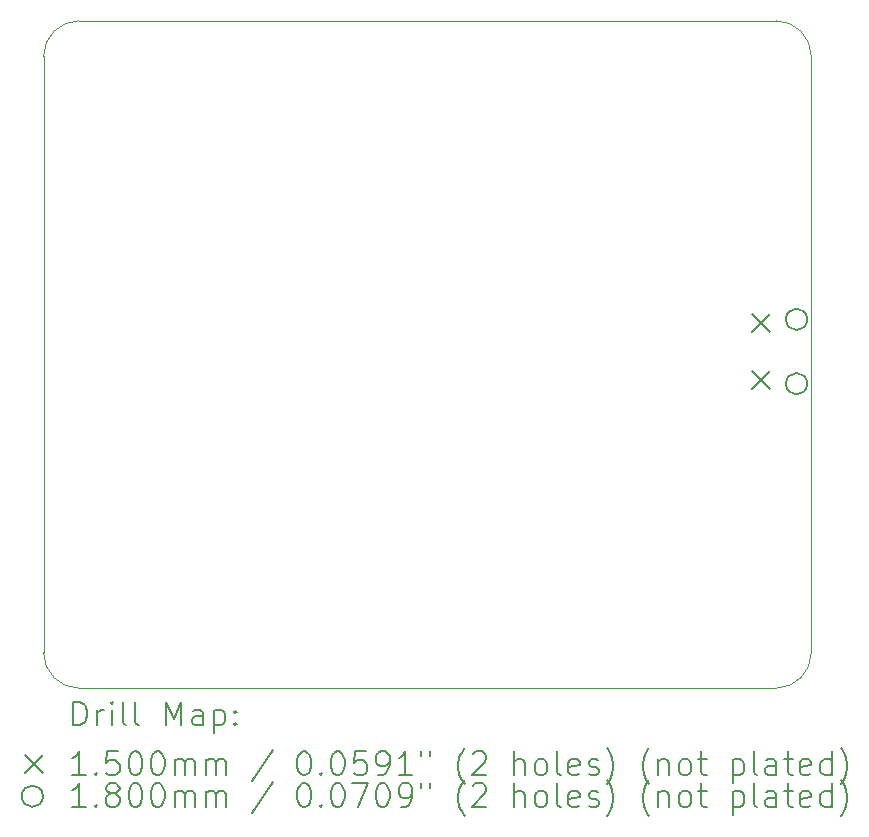
<source format=gbr>
%FSLAX45Y45*%
G04 Gerber Fmt 4.5, Leading zero omitted, Abs format (unit mm)*
G04 Created by KiCad (PCBNEW (6.0.2)) date 2022-07-10 22:33:11*
%MOMM*%
%LPD*%
G01*
G04 APERTURE LIST*
%TA.AperFunction,Profile*%
%ADD10C,0.100000*%
%TD*%
%ADD11C,0.200000*%
%ADD12C,0.150000*%
%ADD13C,0.180000*%
G04 APERTURE END LIST*
D10*
X10000000Y-13350000D02*
G75*
G03*
X10300000Y-13650000I300000J0D01*
G01*
X16200000Y-13650000D02*
X10300000Y-13650000D01*
X10300000Y-8000000D02*
X16200000Y-8000000D01*
X16500000Y-8300000D02*
G75*
G03*
X16200000Y-8000000I-300000J0D01*
G01*
X16200000Y-13650000D02*
G75*
G03*
X16500000Y-13350000I0J300000D01*
G01*
X10300000Y-8000000D02*
G75*
G03*
X10000000Y-8300000I0J-300000D01*
G01*
X16500000Y-8300000D02*
X16500000Y-13350000D01*
X10000000Y-8300000D02*
X10000000Y-13350000D01*
D11*
D12*
X15997000Y-10482500D02*
X16147000Y-10632500D01*
X16147000Y-10482500D02*
X15997000Y-10632500D01*
X15997000Y-10967500D02*
X16147000Y-11117500D01*
X16147000Y-10967500D02*
X15997000Y-11117500D01*
D13*
X16465000Y-10527500D02*
G75*
G03*
X16465000Y-10527500I-90000J0D01*
G01*
X16465000Y-11072500D02*
G75*
G03*
X16465000Y-11072500I-90000J0D01*
G01*
D11*
X10252619Y-13965476D02*
X10252619Y-13765476D01*
X10300238Y-13765476D01*
X10328810Y-13775000D01*
X10347857Y-13794048D01*
X10357381Y-13813095D01*
X10366905Y-13851190D01*
X10366905Y-13879762D01*
X10357381Y-13917857D01*
X10347857Y-13936905D01*
X10328810Y-13955952D01*
X10300238Y-13965476D01*
X10252619Y-13965476D01*
X10452619Y-13965476D02*
X10452619Y-13832143D01*
X10452619Y-13870238D02*
X10462143Y-13851190D01*
X10471667Y-13841667D01*
X10490714Y-13832143D01*
X10509762Y-13832143D01*
X10576429Y-13965476D02*
X10576429Y-13832143D01*
X10576429Y-13765476D02*
X10566905Y-13775000D01*
X10576429Y-13784524D01*
X10585952Y-13775000D01*
X10576429Y-13765476D01*
X10576429Y-13784524D01*
X10700238Y-13965476D02*
X10681190Y-13955952D01*
X10671667Y-13936905D01*
X10671667Y-13765476D01*
X10805000Y-13965476D02*
X10785952Y-13955952D01*
X10776429Y-13936905D01*
X10776429Y-13765476D01*
X11033571Y-13965476D02*
X11033571Y-13765476D01*
X11100238Y-13908333D01*
X11166905Y-13765476D01*
X11166905Y-13965476D01*
X11347857Y-13965476D02*
X11347857Y-13860714D01*
X11338333Y-13841667D01*
X11319286Y-13832143D01*
X11281190Y-13832143D01*
X11262143Y-13841667D01*
X11347857Y-13955952D02*
X11328809Y-13965476D01*
X11281190Y-13965476D01*
X11262143Y-13955952D01*
X11252619Y-13936905D01*
X11252619Y-13917857D01*
X11262143Y-13898809D01*
X11281190Y-13889286D01*
X11328809Y-13889286D01*
X11347857Y-13879762D01*
X11443095Y-13832143D02*
X11443095Y-14032143D01*
X11443095Y-13841667D02*
X11462143Y-13832143D01*
X11500238Y-13832143D01*
X11519286Y-13841667D01*
X11528809Y-13851190D01*
X11538333Y-13870238D01*
X11538333Y-13927381D01*
X11528809Y-13946428D01*
X11519286Y-13955952D01*
X11500238Y-13965476D01*
X11462143Y-13965476D01*
X11443095Y-13955952D01*
X11624048Y-13946428D02*
X11633571Y-13955952D01*
X11624048Y-13965476D01*
X11614524Y-13955952D01*
X11624048Y-13946428D01*
X11624048Y-13965476D01*
X11624048Y-13841667D02*
X11633571Y-13851190D01*
X11624048Y-13860714D01*
X11614524Y-13851190D01*
X11624048Y-13841667D01*
X11624048Y-13860714D01*
D12*
X9845000Y-14220000D02*
X9995000Y-14370000D01*
X9995000Y-14220000D02*
X9845000Y-14370000D01*
D11*
X10357381Y-14385476D02*
X10243095Y-14385476D01*
X10300238Y-14385476D02*
X10300238Y-14185476D01*
X10281190Y-14214048D01*
X10262143Y-14233095D01*
X10243095Y-14242619D01*
X10443095Y-14366428D02*
X10452619Y-14375952D01*
X10443095Y-14385476D01*
X10433571Y-14375952D01*
X10443095Y-14366428D01*
X10443095Y-14385476D01*
X10633571Y-14185476D02*
X10538333Y-14185476D01*
X10528810Y-14280714D01*
X10538333Y-14271190D01*
X10557381Y-14261667D01*
X10605000Y-14261667D01*
X10624048Y-14271190D01*
X10633571Y-14280714D01*
X10643095Y-14299762D01*
X10643095Y-14347381D01*
X10633571Y-14366428D01*
X10624048Y-14375952D01*
X10605000Y-14385476D01*
X10557381Y-14385476D01*
X10538333Y-14375952D01*
X10528810Y-14366428D01*
X10766905Y-14185476D02*
X10785952Y-14185476D01*
X10805000Y-14195000D01*
X10814524Y-14204524D01*
X10824048Y-14223571D01*
X10833571Y-14261667D01*
X10833571Y-14309286D01*
X10824048Y-14347381D01*
X10814524Y-14366428D01*
X10805000Y-14375952D01*
X10785952Y-14385476D01*
X10766905Y-14385476D01*
X10747857Y-14375952D01*
X10738333Y-14366428D01*
X10728810Y-14347381D01*
X10719286Y-14309286D01*
X10719286Y-14261667D01*
X10728810Y-14223571D01*
X10738333Y-14204524D01*
X10747857Y-14195000D01*
X10766905Y-14185476D01*
X10957381Y-14185476D02*
X10976429Y-14185476D01*
X10995476Y-14195000D01*
X11005000Y-14204524D01*
X11014524Y-14223571D01*
X11024048Y-14261667D01*
X11024048Y-14309286D01*
X11014524Y-14347381D01*
X11005000Y-14366428D01*
X10995476Y-14375952D01*
X10976429Y-14385476D01*
X10957381Y-14385476D01*
X10938333Y-14375952D01*
X10928810Y-14366428D01*
X10919286Y-14347381D01*
X10909762Y-14309286D01*
X10909762Y-14261667D01*
X10919286Y-14223571D01*
X10928810Y-14204524D01*
X10938333Y-14195000D01*
X10957381Y-14185476D01*
X11109762Y-14385476D02*
X11109762Y-14252143D01*
X11109762Y-14271190D02*
X11119286Y-14261667D01*
X11138333Y-14252143D01*
X11166905Y-14252143D01*
X11185952Y-14261667D01*
X11195476Y-14280714D01*
X11195476Y-14385476D01*
X11195476Y-14280714D02*
X11205000Y-14261667D01*
X11224048Y-14252143D01*
X11252619Y-14252143D01*
X11271667Y-14261667D01*
X11281190Y-14280714D01*
X11281190Y-14385476D01*
X11376428Y-14385476D02*
X11376428Y-14252143D01*
X11376428Y-14271190D02*
X11385952Y-14261667D01*
X11405000Y-14252143D01*
X11433571Y-14252143D01*
X11452619Y-14261667D01*
X11462143Y-14280714D01*
X11462143Y-14385476D01*
X11462143Y-14280714D02*
X11471667Y-14261667D01*
X11490714Y-14252143D01*
X11519286Y-14252143D01*
X11538333Y-14261667D01*
X11547857Y-14280714D01*
X11547857Y-14385476D01*
X11938333Y-14175952D02*
X11766905Y-14433095D01*
X12195476Y-14185476D02*
X12214524Y-14185476D01*
X12233571Y-14195000D01*
X12243095Y-14204524D01*
X12252619Y-14223571D01*
X12262143Y-14261667D01*
X12262143Y-14309286D01*
X12252619Y-14347381D01*
X12243095Y-14366428D01*
X12233571Y-14375952D01*
X12214524Y-14385476D01*
X12195476Y-14385476D01*
X12176428Y-14375952D01*
X12166905Y-14366428D01*
X12157381Y-14347381D01*
X12147857Y-14309286D01*
X12147857Y-14261667D01*
X12157381Y-14223571D01*
X12166905Y-14204524D01*
X12176428Y-14195000D01*
X12195476Y-14185476D01*
X12347857Y-14366428D02*
X12357381Y-14375952D01*
X12347857Y-14385476D01*
X12338333Y-14375952D01*
X12347857Y-14366428D01*
X12347857Y-14385476D01*
X12481190Y-14185476D02*
X12500238Y-14185476D01*
X12519286Y-14195000D01*
X12528809Y-14204524D01*
X12538333Y-14223571D01*
X12547857Y-14261667D01*
X12547857Y-14309286D01*
X12538333Y-14347381D01*
X12528809Y-14366428D01*
X12519286Y-14375952D01*
X12500238Y-14385476D01*
X12481190Y-14385476D01*
X12462143Y-14375952D01*
X12452619Y-14366428D01*
X12443095Y-14347381D01*
X12433571Y-14309286D01*
X12433571Y-14261667D01*
X12443095Y-14223571D01*
X12452619Y-14204524D01*
X12462143Y-14195000D01*
X12481190Y-14185476D01*
X12728809Y-14185476D02*
X12633571Y-14185476D01*
X12624048Y-14280714D01*
X12633571Y-14271190D01*
X12652619Y-14261667D01*
X12700238Y-14261667D01*
X12719286Y-14271190D01*
X12728809Y-14280714D01*
X12738333Y-14299762D01*
X12738333Y-14347381D01*
X12728809Y-14366428D01*
X12719286Y-14375952D01*
X12700238Y-14385476D01*
X12652619Y-14385476D01*
X12633571Y-14375952D01*
X12624048Y-14366428D01*
X12833571Y-14385476D02*
X12871667Y-14385476D01*
X12890714Y-14375952D01*
X12900238Y-14366428D01*
X12919286Y-14337857D01*
X12928809Y-14299762D01*
X12928809Y-14223571D01*
X12919286Y-14204524D01*
X12909762Y-14195000D01*
X12890714Y-14185476D01*
X12852619Y-14185476D01*
X12833571Y-14195000D01*
X12824048Y-14204524D01*
X12814524Y-14223571D01*
X12814524Y-14271190D01*
X12824048Y-14290238D01*
X12833571Y-14299762D01*
X12852619Y-14309286D01*
X12890714Y-14309286D01*
X12909762Y-14299762D01*
X12919286Y-14290238D01*
X12928809Y-14271190D01*
X13119286Y-14385476D02*
X13005000Y-14385476D01*
X13062143Y-14385476D02*
X13062143Y-14185476D01*
X13043095Y-14214048D01*
X13024048Y-14233095D01*
X13005000Y-14242619D01*
X13195476Y-14185476D02*
X13195476Y-14223571D01*
X13271667Y-14185476D02*
X13271667Y-14223571D01*
X13566905Y-14461667D02*
X13557381Y-14452143D01*
X13538333Y-14423571D01*
X13528809Y-14404524D01*
X13519286Y-14375952D01*
X13509762Y-14328333D01*
X13509762Y-14290238D01*
X13519286Y-14242619D01*
X13528809Y-14214048D01*
X13538333Y-14195000D01*
X13557381Y-14166428D01*
X13566905Y-14156905D01*
X13633571Y-14204524D02*
X13643095Y-14195000D01*
X13662143Y-14185476D01*
X13709762Y-14185476D01*
X13728809Y-14195000D01*
X13738333Y-14204524D01*
X13747857Y-14223571D01*
X13747857Y-14242619D01*
X13738333Y-14271190D01*
X13624048Y-14385476D01*
X13747857Y-14385476D01*
X13985952Y-14385476D02*
X13985952Y-14185476D01*
X14071667Y-14385476D02*
X14071667Y-14280714D01*
X14062143Y-14261667D01*
X14043095Y-14252143D01*
X14014524Y-14252143D01*
X13995476Y-14261667D01*
X13985952Y-14271190D01*
X14195476Y-14385476D02*
X14176428Y-14375952D01*
X14166905Y-14366428D01*
X14157381Y-14347381D01*
X14157381Y-14290238D01*
X14166905Y-14271190D01*
X14176428Y-14261667D01*
X14195476Y-14252143D01*
X14224048Y-14252143D01*
X14243095Y-14261667D01*
X14252619Y-14271190D01*
X14262143Y-14290238D01*
X14262143Y-14347381D01*
X14252619Y-14366428D01*
X14243095Y-14375952D01*
X14224048Y-14385476D01*
X14195476Y-14385476D01*
X14376428Y-14385476D02*
X14357381Y-14375952D01*
X14347857Y-14356905D01*
X14347857Y-14185476D01*
X14528809Y-14375952D02*
X14509762Y-14385476D01*
X14471667Y-14385476D01*
X14452619Y-14375952D01*
X14443095Y-14356905D01*
X14443095Y-14280714D01*
X14452619Y-14261667D01*
X14471667Y-14252143D01*
X14509762Y-14252143D01*
X14528809Y-14261667D01*
X14538333Y-14280714D01*
X14538333Y-14299762D01*
X14443095Y-14318809D01*
X14614524Y-14375952D02*
X14633571Y-14385476D01*
X14671667Y-14385476D01*
X14690714Y-14375952D01*
X14700238Y-14356905D01*
X14700238Y-14347381D01*
X14690714Y-14328333D01*
X14671667Y-14318809D01*
X14643095Y-14318809D01*
X14624048Y-14309286D01*
X14614524Y-14290238D01*
X14614524Y-14280714D01*
X14624048Y-14261667D01*
X14643095Y-14252143D01*
X14671667Y-14252143D01*
X14690714Y-14261667D01*
X14766905Y-14461667D02*
X14776428Y-14452143D01*
X14795476Y-14423571D01*
X14805000Y-14404524D01*
X14814524Y-14375952D01*
X14824048Y-14328333D01*
X14824048Y-14290238D01*
X14814524Y-14242619D01*
X14805000Y-14214048D01*
X14795476Y-14195000D01*
X14776428Y-14166428D01*
X14766905Y-14156905D01*
X15128809Y-14461667D02*
X15119286Y-14452143D01*
X15100238Y-14423571D01*
X15090714Y-14404524D01*
X15081190Y-14375952D01*
X15071667Y-14328333D01*
X15071667Y-14290238D01*
X15081190Y-14242619D01*
X15090714Y-14214048D01*
X15100238Y-14195000D01*
X15119286Y-14166428D01*
X15128809Y-14156905D01*
X15205000Y-14252143D02*
X15205000Y-14385476D01*
X15205000Y-14271190D02*
X15214524Y-14261667D01*
X15233571Y-14252143D01*
X15262143Y-14252143D01*
X15281190Y-14261667D01*
X15290714Y-14280714D01*
X15290714Y-14385476D01*
X15414524Y-14385476D02*
X15395476Y-14375952D01*
X15385952Y-14366428D01*
X15376428Y-14347381D01*
X15376428Y-14290238D01*
X15385952Y-14271190D01*
X15395476Y-14261667D01*
X15414524Y-14252143D01*
X15443095Y-14252143D01*
X15462143Y-14261667D01*
X15471667Y-14271190D01*
X15481190Y-14290238D01*
X15481190Y-14347381D01*
X15471667Y-14366428D01*
X15462143Y-14375952D01*
X15443095Y-14385476D01*
X15414524Y-14385476D01*
X15538333Y-14252143D02*
X15614524Y-14252143D01*
X15566905Y-14185476D02*
X15566905Y-14356905D01*
X15576428Y-14375952D01*
X15595476Y-14385476D01*
X15614524Y-14385476D01*
X15833571Y-14252143D02*
X15833571Y-14452143D01*
X15833571Y-14261667D02*
X15852619Y-14252143D01*
X15890714Y-14252143D01*
X15909762Y-14261667D01*
X15919286Y-14271190D01*
X15928809Y-14290238D01*
X15928809Y-14347381D01*
X15919286Y-14366428D01*
X15909762Y-14375952D01*
X15890714Y-14385476D01*
X15852619Y-14385476D01*
X15833571Y-14375952D01*
X16043095Y-14385476D02*
X16024048Y-14375952D01*
X16014524Y-14356905D01*
X16014524Y-14185476D01*
X16205000Y-14385476D02*
X16205000Y-14280714D01*
X16195476Y-14261667D01*
X16176428Y-14252143D01*
X16138333Y-14252143D01*
X16119286Y-14261667D01*
X16205000Y-14375952D02*
X16185952Y-14385476D01*
X16138333Y-14385476D01*
X16119286Y-14375952D01*
X16109762Y-14356905D01*
X16109762Y-14337857D01*
X16119286Y-14318809D01*
X16138333Y-14309286D01*
X16185952Y-14309286D01*
X16205000Y-14299762D01*
X16271667Y-14252143D02*
X16347857Y-14252143D01*
X16300238Y-14185476D02*
X16300238Y-14356905D01*
X16309762Y-14375952D01*
X16328809Y-14385476D01*
X16347857Y-14385476D01*
X16490714Y-14375952D02*
X16471667Y-14385476D01*
X16433571Y-14385476D01*
X16414524Y-14375952D01*
X16405000Y-14356905D01*
X16405000Y-14280714D01*
X16414524Y-14261667D01*
X16433571Y-14252143D01*
X16471667Y-14252143D01*
X16490714Y-14261667D01*
X16500238Y-14280714D01*
X16500238Y-14299762D01*
X16405000Y-14318809D01*
X16671667Y-14385476D02*
X16671667Y-14185476D01*
X16671667Y-14375952D02*
X16652619Y-14385476D01*
X16614524Y-14385476D01*
X16595476Y-14375952D01*
X16585952Y-14366428D01*
X16576428Y-14347381D01*
X16576428Y-14290238D01*
X16585952Y-14271190D01*
X16595476Y-14261667D01*
X16614524Y-14252143D01*
X16652619Y-14252143D01*
X16671667Y-14261667D01*
X16747857Y-14461667D02*
X16757381Y-14452143D01*
X16776428Y-14423571D01*
X16785952Y-14404524D01*
X16795476Y-14375952D01*
X16805000Y-14328333D01*
X16805000Y-14290238D01*
X16795476Y-14242619D01*
X16785952Y-14214048D01*
X16776428Y-14195000D01*
X16757381Y-14166428D01*
X16747857Y-14156905D01*
D13*
X9995000Y-14565000D02*
G75*
G03*
X9995000Y-14565000I-90000J0D01*
G01*
D11*
X10357381Y-14655476D02*
X10243095Y-14655476D01*
X10300238Y-14655476D02*
X10300238Y-14455476D01*
X10281190Y-14484048D01*
X10262143Y-14503095D01*
X10243095Y-14512619D01*
X10443095Y-14636428D02*
X10452619Y-14645952D01*
X10443095Y-14655476D01*
X10433571Y-14645952D01*
X10443095Y-14636428D01*
X10443095Y-14655476D01*
X10566905Y-14541190D02*
X10547857Y-14531667D01*
X10538333Y-14522143D01*
X10528810Y-14503095D01*
X10528810Y-14493571D01*
X10538333Y-14474524D01*
X10547857Y-14465000D01*
X10566905Y-14455476D01*
X10605000Y-14455476D01*
X10624048Y-14465000D01*
X10633571Y-14474524D01*
X10643095Y-14493571D01*
X10643095Y-14503095D01*
X10633571Y-14522143D01*
X10624048Y-14531667D01*
X10605000Y-14541190D01*
X10566905Y-14541190D01*
X10547857Y-14550714D01*
X10538333Y-14560238D01*
X10528810Y-14579286D01*
X10528810Y-14617381D01*
X10538333Y-14636428D01*
X10547857Y-14645952D01*
X10566905Y-14655476D01*
X10605000Y-14655476D01*
X10624048Y-14645952D01*
X10633571Y-14636428D01*
X10643095Y-14617381D01*
X10643095Y-14579286D01*
X10633571Y-14560238D01*
X10624048Y-14550714D01*
X10605000Y-14541190D01*
X10766905Y-14455476D02*
X10785952Y-14455476D01*
X10805000Y-14465000D01*
X10814524Y-14474524D01*
X10824048Y-14493571D01*
X10833571Y-14531667D01*
X10833571Y-14579286D01*
X10824048Y-14617381D01*
X10814524Y-14636428D01*
X10805000Y-14645952D01*
X10785952Y-14655476D01*
X10766905Y-14655476D01*
X10747857Y-14645952D01*
X10738333Y-14636428D01*
X10728810Y-14617381D01*
X10719286Y-14579286D01*
X10719286Y-14531667D01*
X10728810Y-14493571D01*
X10738333Y-14474524D01*
X10747857Y-14465000D01*
X10766905Y-14455476D01*
X10957381Y-14455476D02*
X10976429Y-14455476D01*
X10995476Y-14465000D01*
X11005000Y-14474524D01*
X11014524Y-14493571D01*
X11024048Y-14531667D01*
X11024048Y-14579286D01*
X11014524Y-14617381D01*
X11005000Y-14636428D01*
X10995476Y-14645952D01*
X10976429Y-14655476D01*
X10957381Y-14655476D01*
X10938333Y-14645952D01*
X10928810Y-14636428D01*
X10919286Y-14617381D01*
X10909762Y-14579286D01*
X10909762Y-14531667D01*
X10919286Y-14493571D01*
X10928810Y-14474524D01*
X10938333Y-14465000D01*
X10957381Y-14455476D01*
X11109762Y-14655476D02*
X11109762Y-14522143D01*
X11109762Y-14541190D02*
X11119286Y-14531667D01*
X11138333Y-14522143D01*
X11166905Y-14522143D01*
X11185952Y-14531667D01*
X11195476Y-14550714D01*
X11195476Y-14655476D01*
X11195476Y-14550714D02*
X11205000Y-14531667D01*
X11224048Y-14522143D01*
X11252619Y-14522143D01*
X11271667Y-14531667D01*
X11281190Y-14550714D01*
X11281190Y-14655476D01*
X11376428Y-14655476D02*
X11376428Y-14522143D01*
X11376428Y-14541190D02*
X11385952Y-14531667D01*
X11405000Y-14522143D01*
X11433571Y-14522143D01*
X11452619Y-14531667D01*
X11462143Y-14550714D01*
X11462143Y-14655476D01*
X11462143Y-14550714D02*
X11471667Y-14531667D01*
X11490714Y-14522143D01*
X11519286Y-14522143D01*
X11538333Y-14531667D01*
X11547857Y-14550714D01*
X11547857Y-14655476D01*
X11938333Y-14445952D02*
X11766905Y-14703095D01*
X12195476Y-14455476D02*
X12214524Y-14455476D01*
X12233571Y-14465000D01*
X12243095Y-14474524D01*
X12252619Y-14493571D01*
X12262143Y-14531667D01*
X12262143Y-14579286D01*
X12252619Y-14617381D01*
X12243095Y-14636428D01*
X12233571Y-14645952D01*
X12214524Y-14655476D01*
X12195476Y-14655476D01*
X12176428Y-14645952D01*
X12166905Y-14636428D01*
X12157381Y-14617381D01*
X12147857Y-14579286D01*
X12147857Y-14531667D01*
X12157381Y-14493571D01*
X12166905Y-14474524D01*
X12176428Y-14465000D01*
X12195476Y-14455476D01*
X12347857Y-14636428D02*
X12357381Y-14645952D01*
X12347857Y-14655476D01*
X12338333Y-14645952D01*
X12347857Y-14636428D01*
X12347857Y-14655476D01*
X12481190Y-14455476D02*
X12500238Y-14455476D01*
X12519286Y-14465000D01*
X12528809Y-14474524D01*
X12538333Y-14493571D01*
X12547857Y-14531667D01*
X12547857Y-14579286D01*
X12538333Y-14617381D01*
X12528809Y-14636428D01*
X12519286Y-14645952D01*
X12500238Y-14655476D01*
X12481190Y-14655476D01*
X12462143Y-14645952D01*
X12452619Y-14636428D01*
X12443095Y-14617381D01*
X12433571Y-14579286D01*
X12433571Y-14531667D01*
X12443095Y-14493571D01*
X12452619Y-14474524D01*
X12462143Y-14465000D01*
X12481190Y-14455476D01*
X12614524Y-14455476D02*
X12747857Y-14455476D01*
X12662143Y-14655476D01*
X12862143Y-14455476D02*
X12881190Y-14455476D01*
X12900238Y-14465000D01*
X12909762Y-14474524D01*
X12919286Y-14493571D01*
X12928809Y-14531667D01*
X12928809Y-14579286D01*
X12919286Y-14617381D01*
X12909762Y-14636428D01*
X12900238Y-14645952D01*
X12881190Y-14655476D01*
X12862143Y-14655476D01*
X12843095Y-14645952D01*
X12833571Y-14636428D01*
X12824048Y-14617381D01*
X12814524Y-14579286D01*
X12814524Y-14531667D01*
X12824048Y-14493571D01*
X12833571Y-14474524D01*
X12843095Y-14465000D01*
X12862143Y-14455476D01*
X13024048Y-14655476D02*
X13062143Y-14655476D01*
X13081190Y-14645952D01*
X13090714Y-14636428D01*
X13109762Y-14607857D01*
X13119286Y-14569762D01*
X13119286Y-14493571D01*
X13109762Y-14474524D01*
X13100238Y-14465000D01*
X13081190Y-14455476D01*
X13043095Y-14455476D01*
X13024048Y-14465000D01*
X13014524Y-14474524D01*
X13005000Y-14493571D01*
X13005000Y-14541190D01*
X13014524Y-14560238D01*
X13024048Y-14569762D01*
X13043095Y-14579286D01*
X13081190Y-14579286D01*
X13100238Y-14569762D01*
X13109762Y-14560238D01*
X13119286Y-14541190D01*
X13195476Y-14455476D02*
X13195476Y-14493571D01*
X13271667Y-14455476D02*
X13271667Y-14493571D01*
X13566905Y-14731667D02*
X13557381Y-14722143D01*
X13538333Y-14693571D01*
X13528809Y-14674524D01*
X13519286Y-14645952D01*
X13509762Y-14598333D01*
X13509762Y-14560238D01*
X13519286Y-14512619D01*
X13528809Y-14484048D01*
X13538333Y-14465000D01*
X13557381Y-14436428D01*
X13566905Y-14426905D01*
X13633571Y-14474524D02*
X13643095Y-14465000D01*
X13662143Y-14455476D01*
X13709762Y-14455476D01*
X13728809Y-14465000D01*
X13738333Y-14474524D01*
X13747857Y-14493571D01*
X13747857Y-14512619D01*
X13738333Y-14541190D01*
X13624048Y-14655476D01*
X13747857Y-14655476D01*
X13985952Y-14655476D02*
X13985952Y-14455476D01*
X14071667Y-14655476D02*
X14071667Y-14550714D01*
X14062143Y-14531667D01*
X14043095Y-14522143D01*
X14014524Y-14522143D01*
X13995476Y-14531667D01*
X13985952Y-14541190D01*
X14195476Y-14655476D02*
X14176428Y-14645952D01*
X14166905Y-14636428D01*
X14157381Y-14617381D01*
X14157381Y-14560238D01*
X14166905Y-14541190D01*
X14176428Y-14531667D01*
X14195476Y-14522143D01*
X14224048Y-14522143D01*
X14243095Y-14531667D01*
X14252619Y-14541190D01*
X14262143Y-14560238D01*
X14262143Y-14617381D01*
X14252619Y-14636428D01*
X14243095Y-14645952D01*
X14224048Y-14655476D01*
X14195476Y-14655476D01*
X14376428Y-14655476D02*
X14357381Y-14645952D01*
X14347857Y-14626905D01*
X14347857Y-14455476D01*
X14528809Y-14645952D02*
X14509762Y-14655476D01*
X14471667Y-14655476D01*
X14452619Y-14645952D01*
X14443095Y-14626905D01*
X14443095Y-14550714D01*
X14452619Y-14531667D01*
X14471667Y-14522143D01*
X14509762Y-14522143D01*
X14528809Y-14531667D01*
X14538333Y-14550714D01*
X14538333Y-14569762D01*
X14443095Y-14588809D01*
X14614524Y-14645952D02*
X14633571Y-14655476D01*
X14671667Y-14655476D01*
X14690714Y-14645952D01*
X14700238Y-14626905D01*
X14700238Y-14617381D01*
X14690714Y-14598333D01*
X14671667Y-14588809D01*
X14643095Y-14588809D01*
X14624048Y-14579286D01*
X14614524Y-14560238D01*
X14614524Y-14550714D01*
X14624048Y-14531667D01*
X14643095Y-14522143D01*
X14671667Y-14522143D01*
X14690714Y-14531667D01*
X14766905Y-14731667D02*
X14776428Y-14722143D01*
X14795476Y-14693571D01*
X14805000Y-14674524D01*
X14814524Y-14645952D01*
X14824048Y-14598333D01*
X14824048Y-14560238D01*
X14814524Y-14512619D01*
X14805000Y-14484048D01*
X14795476Y-14465000D01*
X14776428Y-14436428D01*
X14766905Y-14426905D01*
X15128809Y-14731667D02*
X15119286Y-14722143D01*
X15100238Y-14693571D01*
X15090714Y-14674524D01*
X15081190Y-14645952D01*
X15071667Y-14598333D01*
X15071667Y-14560238D01*
X15081190Y-14512619D01*
X15090714Y-14484048D01*
X15100238Y-14465000D01*
X15119286Y-14436428D01*
X15128809Y-14426905D01*
X15205000Y-14522143D02*
X15205000Y-14655476D01*
X15205000Y-14541190D02*
X15214524Y-14531667D01*
X15233571Y-14522143D01*
X15262143Y-14522143D01*
X15281190Y-14531667D01*
X15290714Y-14550714D01*
X15290714Y-14655476D01*
X15414524Y-14655476D02*
X15395476Y-14645952D01*
X15385952Y-14636428D01*
X15376428Y-14617381D01*
X15376428Y-14560238D01*
X15385952Y-14541190D01*
X15395476Y-14531667D01*
X15414524Y-14522143D01*
X15443095Y-14522143D01*
X15462143Y-14531667D01*
X15471667Y-14541190D01*
X15481190Y-14560238D01*
X15481190Y-14617381D01*
X15471667Y-14636428D01*
X15462143Y-14645952D01*
X15443095Y-14655476D01*
X15414524Y-14655476D01*
X15538333Y-14522143D02*
X15614524Y-14522143D01*
X15566905Y-14455476D02*
X15566905Y-14626905D01*
X15576428Y-14645952D01*
X15595476Y-14655476D01*
X15614524Y-14655476D01*
X15833571Y-14522143D02*
X15833571Y-14722143D01*
X15833571Y-14531667D02*
X15852619Y-14522143D01*
X15890714Y-14522143D01*
X15909762Y-14531667D01*
X15919286Y-14541190D01*
X15928809Y-14560238D01*
X15928809Y-14617381D01*
X15919286Y-14636428D01*
X15909762Y-14645952D01*
X15890714Y-14655476D01*
X15852619Y-14655476D01*
X15833571Y-14645952D01*
X16043095Y-14655476D02*
X16024048Y-14645952D01*
X16014524Y-14626905D01*
X16014524Y-14455476D01*
X16205000Y-14655476D02*
X16205000Y-14550714D01*
X16195476Y-14531667D01*
X16176428Y-14522143D01*
X16138333Y-14522143D01*
X16119286Y-14531667D01*
X16205000Y-14645952D02*
X16185952Y-14655476D01*
X16138333Y-14655476D01*
X16119286Y-14645952D01*
X16109762Y-14626905D01*
X16109762Y-14607857D01*
X16119286Y-14588809D01*
X16138333Y-14579286D01*
X16185952Y-14579286D01*
X16205000Y-14569762D01*
X16271667Y-14522143D02*
X16347857Y-14522143D01*
X16300238Y-14455476D02*
X16300238Y-14626905D01*
X16309762Y-14645952D01*
X16328809Y-14655476D01*
X16347857Y-14655476D01*
X16490714Y-14645952D02*
X16471667Y-14655476D01*
X16433571Y-14655476D01*
X16414524Y-14645952D01*
X16405000Y-14626905D01*
X16405000Y-14550714D01*
X16414524Y-14531667D01*
X16433571Y-14522143D01*
X16471667Y-14522143D01*
X16490714Y-14531667D01*
X16500238Y-14550714D01*
X16500238Y-14569762D01*
X16405000Y-14588809D01*
X16671667Y-14655476D02*
X16671667Y-14455476D01*
X16671667Y-14645952D02*
X16652619Y-14655476D01*
X16614524Y-14655476D01*
X16595476Y-14645952D01*
X16585952Y-14636428D01*
X16576428Y-14617381D01*
X16576428Y-14560238D01*
X16585952Y-14541190D01*
X16595476Y-14531667D01*
X16614524Y-14522143D01*
X16652619Y-14522143D01*
X16671667Y-14531667D01*
X16747857Y-14731667D02*
X16757381Y-14722143D01*
X16776428Y-14693571D01*
X16785952Y-14674524D01*
X16795476Y-14645952D01*
X16805000Y-14598333D01*
X16805000Y-14560238D01*
X16795476Y-14512619D01*
X16785952Y-14484048D01*
X16776428Y-14465000D01*
X16757381Y-14436428D01*
X16747857Y-14426905D01*
M02*

</source>
